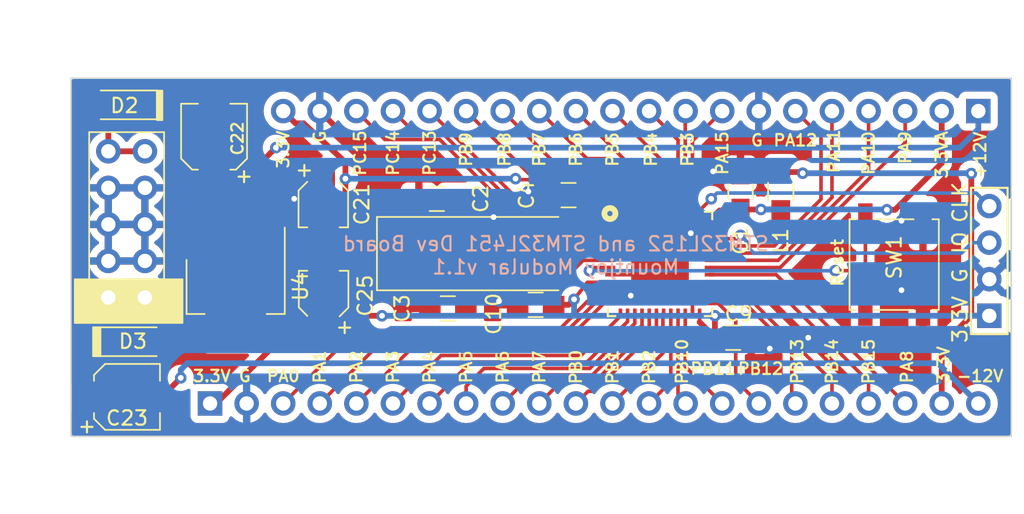
<source format=kicad_pcb>
(kicad_pcb (version 20221018) (generator pcbnew)
  (layers (0 "F.Cu" signal) (31 "B.Cu" signal) (34 "B.Paste" user) (35 "F.Paste" user) (36 "B.SilkS" user "B.Silkscreen") (37 "F.SilkS" user "F.Silkscreen") (38 "B.Mask" user) (39 "F.Mask" user) (44 "Edge.Cuts" user))
  (net 0 "")
  (net 1 "+3.3VA")
  (net 2 "GND")
  (net 3 "Net-(C2-Pad1)")
  (net 4 "Net-(C3-Pad1)")
  (net 5 "+3V3")
  (net 6 "VCC")
  (net 7 "VEE")
  (net 8 "+12V")
  (net 9 "-12V")
  (net 10 "SWCLK")
  (net 11 "SWDIO")
  (net 12 "Reset")
  (net 13 "Net-(U1-Pad44)")
  (net 14 "PC13")
  (net 15 "PC14")
  (net 16 "PC15")
  (net 17 "PB0")
  (net 18 "PB1")
  (net 19 "PB2")
  (net 20 "PB3")
  (net 21 "PB4")
  (net 22 "PB5")
  (net 23 "PB6")
  (net 24 "PB7")
  (net 25 "PB8")
  (net 26 "PB9")
  (net 27 "PB10")
  (net 28 "PB11")
  (net 29 "PB12")
  (net 30 "PB13")
  (net 31 "PB14")
  (net 32 "PB15")
  (net 33 "PA0")
  (net 34 "PA1")
  (net 35 "PA2")
  (net 36 "PA3")
  (net 37 "PA4")
  (net 38 "PA5")
  (net 39 "PA6")
  (net 40 "PA7")
  (net 41 "PA8")
  (net 42 "PA9")
  (net 43 "PA10")
  (net 44 "PA11")
  (net 45 "PA12")
  (net 46 "PA15")
  (net 47 "Net-(U1-Pad1)")
  (footprint "Capacitors_SMD:C_0805_HandSoldering" (layer "F.Cu") (at 189.23 134.62 90)
    (fp_text reference "C1" (at -3.429 0 90) (layer "F.SilkS"))
    (fp_text value "100nF")
    (pad "1" smd rect (at -1.25 0 90) (size 1.5 1.25) (layers "F.Cu" "F.Paste" "F.Mask") (net 1 "+3.3VA"))
    (pad "2" smd rect (at 1.25 0 90) (size 1.5 1.25) (layers "F.Cu" "F.Paste" "F.Mask") (net 2 "GND"))
  )
  (footprint "Capacitors_SMD:C_0805_HandSoldering" (layer "F.Cu") (at 168.148 135.128 180)
    (fp_text reference "C2" (at -3.048 0 90) (layer "F.SilkS"))
    (fp_text value "18pF")
    (pad "1" smd rect (at -1.25 0 180) (size 1.5 1.25) (layers "F.Cu" "F.Paste" "F.Mask") (net 3 "Net-(C2-Pad1)"))
    (pad "2" smd rect (at 1.25 0 180) (size 1.5 1.25) (layers "F.Cu" "F.Paste" "F.Mask") (net 2 "GND"))
  )
  (footprint "Capacitors_SMD:C_0805_HandSoldering" (layer "F.Cu") (at 177.292 134.874 180)
    (fp_text reference "C4" (at 2.921 0 90) (layer "F.SilkS"))
    (fp_text value "100nF")
    (pad "1" smd rect (at -1.25 0 180) (size 1.5 1.25) (layers "F.Cu" "F.Paste" "F.Mask") (net 5 "+3V3"))
    (pad "2" smd rect (at 1.25 0 180) (size 1.5 1.25) (layers "F.Cu" "F.Paste" "F.Mask") (net 2 "GND"))
  )
  (footprint "Capacitors_SMD:C_0805_HandSoldering" (layer "F.Cu") (at 188.722 144.78)
    (fp_text reference "C9" (at 0.381 -1.651) (layer "F.SilkS"))
    (fp_text value "100nF")
    (pad "1" smd rect (at -1.25 0) (size 1.5 1.25) (layers "F.Cu" "F.Paste" "F.Mask") (net 5 "+3V3"))
    (pad "2" smd rect (at 1.25 0) (size 1.5 1.25) (layers "F.Cu" "F.Paste" "F.Mask") (net 2 "GND"))
  )
  (footprint "Capacitors_SMD:C_0805_HandSoldering" (layer "F.Cu") (at 175.006 142.494 180)
    (fp_text reference "C10" (at 2.921 -0.635 90) (layer "F.SilkS"))
    (fp_text value "100nF")
    (pad "1" smd rect (at -1.25 0 180) (size 1.5 1.25) (layers "F.Cu" "F.Paste" "F.Mask") (net 5 "+3V3"))
    (pad "2" smd rect (at 1.25 0 180) (size 1.5 1.25) (layers "F.Cu" "F.Paste" "F.Mask") (net 2 "GND"))
  )
  (footprint "Capacitors_SMD:CP_Elec_3x5.3" (layer "F.Cu") (at 160.274 135.382 -90)
    (fp_text reference "C21" (at 0.127 -2.667 90) (layer "F.SilkS"))
    (fp_text value "10uF")
    (fp_text user "+" (at -2.22 1.4 90) (layer "F.SilkS"))
    (pad "1" smd rect (at -1.5 0 270) (size 2.2 1.6) (layers "F.Cu" "F.Paste" "F.Mask") (net 6 "VCC"))
    (pad "2" smd rect (at 1.5 0 270) (size 2.2 1.6) (layers "F.Cu" "F.Paste" "F.Mask") (net 2 "GND"))
  )
  (footprint "Capacitors_SMD:CP_Elec_3x5.3" (layer "F.Cu") (at 160.274 141.859 90)
    (fp_text reference "C25" (at 0 2.9 90) (layer "F.SilkS"))
    (fp_text value "10uF")
    (fp_text user "+" (at -2.22 1.4 90) (layer "F.SilkS"))
    (pad "1" smd rect (at -1.5 0 90) (size 2.2 1.6) (layers "F.Cu" "F.Paste" "F.Mask") (net 5 "+3V3"))
    (pad "2" smd rect (at 1.5 0 90) (size 2.2 1.6) (layers "F.Cu" "F.Paste" "F.Mask") (net 2 "GND"))
  )
  (footprint "Custom_Footprints:SWD_header" (layer "F.Cu") (at 206.502 143.256 90)
    (fp_text reference "J1" hide)
    (fp_text value "SWD_Header")
    (fp_text user "IO" (at 5.08 -2.032 90) (layer "F.SilkS"))
    (fp_text user "G" (at 2.794 -2.032 90) (layer "F.SilkS"))
    (fp_text user "CLK" (at 7.874 -2.032 90) (layer "F.SilkS"))
    (fp_text user "3.3V" (at -0.254 -2.032 90) (layer "F.SilkS"))
    (pad "1" thru_hole rect (at 0 0 90) (size 1.7 1.7) (drill 1) (layers "*.Cu" "*.Mask") (net 5 "+3V3"))
    (pad "2" thru_hole circle (at 2.54 0 90) (size 1.7 1.7) (drill 1) (layers "*.Cu" "*.Mask") (net 2 "GND"))
    (pad "3" thru_hole circle (at 5.08 0 90) (size 1.7 1.7) (drill 1) (layers "*.Cu" "*.Mask") (net 11 "SWDIO"))
    (pad "4" thru_hole circle (at 7.62 0 90) (size 1.7 1.7) (drill 1) (layers "*.Cu" "*.Mask") (net 10 "SWCLK"))
  )
  (footprint "Buttons_Switches_SMD:SW_SPST_EVPBF" (layer "F.Cu") (at 199.898 139.7 -90)
    (fp_text reference "SW1" (at -0.508 0 90) (layer "F.SilkS"))
    (fp_text value "SW_Push")
    (pad "1" smd rect (at -2.88 -2 270) (size 2.75 1) (layers "F.Cu" "F.Paste" "F.Mask") (net 2 "GND"))
    (pad "1" smd rect (at 2.88 -2 270) (size 2.75 1) (layers "F.Cu" "F.Paste" "F.Mask") (net 2 "GND"))
    (pad "2" smd rect (at -2.88 2 270) (size 2.75 1) (layers "F.Cu" "F.Paste" "F.Mask") (net 12 "Reset"))
    (pad "2" smd rect (at 2.88 2 270) (size 2.75 1) (layers "F.Cu" "F.Paste" "F.Mask") (net 12 "Reset"))
  )
  (footprint "Custom_Footprints:ARM-UQFN-48-7x7mm_Pitch0.5mm" (layer "F.Cu") (at 183.642 139.65175)
    (fp_text reference "U1" hide)
    (fp_text value "STM32L451CCUx")
    (pad "1" smd rect (at -3.45 -2.75) (size 0.7 0.25) (layers "F.Cu" "F.Paste" "F.Mask") (net 47 "Net-(U1-Pad1)"))
    (pad "2" smd rect (at -3.45 -2.25) (size 0.7 0.25) (layers "F.Cu" "F.Paste" "F.Mask") (net 14 "PC13"))
    (pad "3" smd rect (at -3.45 -1.75) (size 0.7 0.25) (layers "F.Cu" "F.Paste" "F.Mask") (net 15 "PC14"))
    (pad "4" smd rect (at -3.45 -1.25) (size 0.7 0.25) (layers "F.Cu" "F.Paste" "F.Mask") (net 16 "PC15"))
    (pad "5" smd rect (at -3.45 -0.75) (size 0.7 0.25) (layers "F.Cu" "F.Paste" "F.Mask") (net 3 "Net-(C2-Pad1)"))
    (pad "6" smd rect (at -3.45 -0.25) (size 0.7 0.25) (layers "F.Cu" "F.Paste" "F.Mask") (net 4 "Net-(C3-Pad1)"))
    (pad "7" smd rect (at -3.45 0.25) (size 0.7 0.25) (layers "F.Cu" "F.Paste" "F.Mask") (net 12 "Reset"))
    (pad "8" smd rect (at -3.45 0.75) (size 0.7 0.25) (layers "F.Cu" "F.Paste" "F.Mask") (net 2 "GND"))
    (pad "9" smd rect (at -3.45 1.25) (size 0.7 0.25) (layers "F.Cu" "F.Paste" "F.Mask") (net 5 "+3V3"))
    (pad "10" smd rect (at -3.45 1.75) (size 0.7 0.25) (layers "F.Cu" "F.Paste" "F.Mask") (net 33 "PA0"))
    (pad "11" smd rect (at -3.45 2.25) (size 0.7 0.25) (layers "F.Cu" "F.Paste" "F.Mask") (net 34 "PA1"))
    (pad "12" smd rect (at -3.45 2.75) (size 0.7 0.25) (layers "F.Cu" "F.Paste" "F.Mask") (net 35 "PA2"))
    (pad "13" smd rect (at -2.75 3.45 90) (size 0.7 0.25) (layers "F.Cu" "F.Paste" "F.Mask") (net 36 "PA3"))
    (pad "14" smd rect (at -2.25 3.45 90) (size 0.7 0.25) (layers "F.Cu" "F.Paste" "F.Mask") (net 37 "PA4"))
    (pad "15" smd rect (at -1.75 3.45 90) (size 0.7 0.25) (layers "F.Cu" "F.Paste" "F.Mask") (net 38 "PA5"))
    (pad "16" smd rect (at -1.25 3.45 90) (size 0.7 0.25) (layers "F.Cu" "F.Paste" "F.Mask") (net 39 "PA6"))
    (pad "17" smd rect (at -0.75 3.45 90) (size 0.7 0.25) (layers "F.Cu" "F.Paste" "F.Mask") (net 40 "PA7"))
    (pad "18" smd rect (at -0.25 3.45 90) (size 0.7 0.25) (layers "F.Cu" "F.Paste" "F.Mask") (net 17 "PB0"))
    (pad "19" smd rect (at 0.25 3.45 90) (size 0.7 0.25) (layers "F.Cu" "F.Paste" "F.Mask") (net 18 "PB1"))
    (pad "20" smd rect (at 0.75 3.45 90) (size 0.7 0.25) (layers "F.Cu" "F.Paste" "F.Mask") (net 19 "PB2"))
    (pad "21" smd rect (at 1.25 3.45 90) (size 0.7 0.25) (layers "F.Cu" "F.Paste" "F.Mask") (net 27 "PB10"))
    (pad "22" smd rect (at 1.75 3.45 90) (size 0.7 0.25) (layers "F.Cu" "F.Paste" "F.Mask") (net 28 "PB11"))
    (pad "23" smd rect (at 2.25 3.45 90) (size 0.7 0.25) (layers "F.Cu" "F.Paste" "F.Mask") (net 2 "GND"))
    (pad "24" smd rect (at 2.75 3.45 90) (size 0.7 0.25) (layers "F.Cu" "F.Paste" "F.Mask") (net 5 "+3V3"))
    (pad "25" smd rect (at 3.45 2.75) (size 0.7 0.25) (layers "F.Cu" "F.Paste" "F.Mask") (net 29 "PB12"))
    (pad "26" smd rect (at 3.45 2.25) (size 0.7 0.25) (layers "F.Cu" "F.Paste" "F.Mask") (net 30 "PB13"))
    (pad "27" smd rect (at 3.45 1.75) (size 0.7 0.25) (layers "F.Cu" "F.Paste" "F.Mask") (net 31 "PB14"))
    (pad "28" smd rect (at 3.45 1.25) (size 0.7 0.25) (layers "F.Cu" "F.Paste" "F.Mask") (net 32 "PB15"))
    (pad "29" smd rect (at 3.45 0.75) (size 0.7 0.25) (layers "F.Cu" "F.Paste" "F.Mask") (net 41 "PA8"))
    (pad "30" smd rect (at 3.45 0.25) (size 0.7 0.25) (layers "F.Cu" "F.Paste" "F.Mask") (net 42 "PA9"))
    (pad "31" smd rect (at 3.45 -0.25) (size 0.7 0.25) (layers "F.Cu" "F.Paste" "F.Mask") (net 43 "PA10"))
    (pad "32" smd rect (at 3.45 -0.75) (size 0.7 0.25) (layers "F.Cu" "F.Paste" "F.Mask") (net 44 "PA11"))
    (pad "33" smd rect (at 3.45 -1.25) (size 0.7 0.25) (layers "F.Cu" "F.Paste" "F.Mask") (net 45 "PA12"))
    (pad "34" smd rect (at 3.45 -1.75) (size 0.7 0.25) (layers "F.Cu" "F.Paste" "F.Mask") (net 11 "SWDIO"))
    (pad "35" smd rect (at 3.45 -2.25) (size 0.7 0.25) (layers "F.Cu" "F.Paste" "F.Mask") (net 2 "GND"))
    (pad "36" smd rect (at 3.45 -2.75) (size 0.7 0.25) (layers "F.Cu" "F.Paste" "F.Mask") (net 1 "+3.3VA"))
    (pad "37" smd rect (at 2.75 -3.45 90) (size 0.7 0.25) (layers "F.Cu" "F.Paste" "F.Mask") (net 10 "SWCLK"))
    (pad "38" smd rect (at 2.25 -3.45 90) (size 0.7 0.25) (layers "F.Cu" "F.Paste" "F.Mask") (net 46 "PA15"))
    (pad "39" smd rect (at 1.75 -3.45 90) (size 0.7 0.25) (layers "F.Cu" "F.Paste" "F.Mask") (net 20 "PB3"))
    (pad "40" smd rect (at 1.25 -3.45 90) (size 0.7 0.25) (layers "F.Cu" "F.Paste" "F.Mask") (net 21 "PB4"))
    (pad "41" smd rect (at 0.75 -3.45 90) (size 0.7 0.25) (layers "F.Cu" "F.Paste" "F.Mask") (net 22 "PB5"))
    (pad "42" smd rect (at 0.25 -3.45 90) (size 0.7 0.25) (layers "F.Cu" "F.Paste" "F.Mask") (net 23 "PB6"))
    (pad "43" smd rect (at -0.25 -3.45 90) (size 0.7 0.25) (layers "F.Cu" "F.Paste" "F.Mask") (net 24 "PB7"))
    (pad "44" smd rect (at -0.75 -3.45 90) (size 0.7 0.25) (layers "F.Cu" "F.Paste" "F.Mask") (net 13 "Net-(U1-Pad44)"))
    (pad "45" smd rect (at -1.25 -3.45 90) (size 0.7 0.25) (layers "F.Cu" "F.Paste" "F.Mask") (net 25 "PB8"))
    (pad "46" smd rect (at -1.75 -3.45 90) (size 0.7 0.25) (layers "F.Cu" "F.Paste" "F.Mask") (net 26 "PB9"))
    (pad "47" smd rect (at -2.25 -3.45 90) (size 0.7 0.25) (layers "F.Cu" "F.Paste" "F.Mask") (net 2 "GND"))
    (pad "48" smd rect (at -2.75 -3.45 90) (size 0.7 0.25) (layers "F.Cu" "F.Paste" "F.Mask") (net 5 "+3V3"))
    (pad "49" smd rect (at 0 0) (size 4 4) (layers "F.Cu" "F.Paste" "F.Mask") (net 2 "GND"))
  )
  (footprint "Pin_Headers:Pin_Header_Straight_1x22_Pitch2.54mm" (layer "F.Cu") (at 152.4 149.352 90)
    (fp_text reference "J3" hide)
    (fp_text value "Conn_01x22_Female")
    (pad "1" thru_hole rect (at 0 0 90) (size 1.7 1.7) (drill 1) (layers "*.Cu" "*.Mask") (net 5 "+3V3"))
    (pad "2" thru_hole oval (at 0 2.54 90) (size 1.7 1.7) (drill 1) (layers "*.Cu" "*.Mask") (net 2 "GND"))
    (pad "3" thru_hole oval (at 0 5.08 90) (size 1.7 1.7) (drill 1) (layers "*.Cu" "*.Mask") (net 33 "PA0"))
    (pad "4" thru_hole oval (at 0 7.62 90) (size 1.7 1.7) (drill 1) (layers "*.Cu" "*.Mask") (net 34 "PA1"))
    (pad "5" thru_hole oval (at 0 10.16 90) (size 1.7 1.7) (drill 1) (layers "*.Cu" "*.Mask") (net 35 "PA2"))
    (pad "6" thru_hole oval (at 0 12.7 90) (size 1.7 1.7) (drill 1) (layers "*.Cu" "*.Mask") (net 36 "PA3"))
    (pad "7" thru_hole oval (at 0 15.24 90) (size 1.7 1.7) (drill 1) (layers "*.Cu" "*.Mask") (net 37 "PA4"))
    (pad "8" thru_hole oval (at 0 17.78 90) (size 1.7 1.7) (drill 1) (layers "*.Cu" "*.Mask") (net 38 "PA5"))
    (pad "9" thru_hole oval (at 0 20.32 90) (size 1.7 1.7) (drill 1) (layers "*.Cu" "*.Mask") (net 39 "PA6"))
    (pad "10" thru_hole oval (at 0 22.86 90) (size 1.7 1.7) (drill 1) (layers "*.Cu" "*.Mask") (net 40 "PA7"))
    (pad "11" thru_hole oval (at 0 25.4 90) (size 1.7 1.7) (drill 1) (layers "*.Cu" "*.Mask") (net 17 "PB0"))
    (pad "12" thru_hole oval (at 0 27.94 90) (size 1.7 1.7) (drill 1) (layers "*.Cu" "*.Mask") (net 18 "PB1"))
    (pad "13" thru_hole oval (at 0 30.48 90) (size 1.7 1.7) (drill 1) (layers "*.Cu" "*.Mask") (net 19 "PB2"))
    (pad "14" thru_hole oval (at 0 33.02 90) (size 1.7 1.7) (drill 1) (layers "*.Cu" "*.Mask") (net 27 "PB10"))
    (pad "15" thru_hole oval (at 0 35.56 90) (size 1.7 1.7) (drill 1) (layers "*.Cu" "*.Mask") (net 28 "PB11"))
    (pad "16" thru_hole oval (at 0 38.1 90) (size 1.7 1.7) (drill 1) (layers "*.Cu" "*.Mask") (net 29 "PB12"))
    (pad "17" thru_hole oval (at 0 40.64 90) (size 1.7 1.7) (drill 1) (layers "*.Cu" "*.Mask") (net 30 "PB13"))
    (pad "18" thru_hole oval (at 0 43.18 90) (size 1.7 1.7) (drill 1) (layers "*.Cu" "*.Mask") (net 31 "PB14"))
    (pad "19" thru_hole oval (at 0 45.72 90) (size 1.7 1.7) (drill 1) (layers "*.Cu" "*.Mask") (net 32 "PB15"))
    (pad "20" thru_hole oval (at 0 48.26 90) (size 1.7 1.7) (drill 1) (layers "*.Cu" "*.Mask") (net 41 "PA8"))
    (pad "21" thru_hole oval (at 0 50.8 90) (size 1.7 1.7) (drill 1) (layers "*.Cu" "*.Mask") (net 5 "+3V3"))
    (pad "22" thru_hole oval (at 0 53.34 90) (size 1.7 1.7) (drill 1) (layers "*.Cu" "*.Mask") (net 7 "VEE"))
  )
  (footprint "Custom_Footprints:Crystal_SMD" (layer "F.Cu") (at 170.688 138.938)
    (fp_text reference "Y1" hide)
    (fp_text value "Crystal")
    (pad "1" smd rect (at -4.25 0) (size 4.5 2) (layers "F.Cu" "F.Paste" "F.Mask") (net 4 "Net-(C3-Pad1)"))
    (pad "2" smd rect (at 4.25 0) (size 4.5 2) (layers "F.Cu" "F.Paste" "F.Mask") (net 3 "Net-(C2-Pad1)"))
  )
  (footprint "Capacitors_SMD:CP_Elec_4x5.8" (layer "F.Cu") (at 146.6342 148.8948)
    (fp_text reference "C23" (at 0 1.4732) (layer "F.SilkS"))
    (fp_text value "22uF")
    (fp_text user "+" (at -2.78 2.01) (layer "F.SilkS"))
    (pad "1" smd rect (at -1.8 0 180) (size 2.6 1.6) (layers "F.Cu" "F.Paste" "F.Mask") (net 2 "GND"))
    (pad "2" smd rect (at 1.8 0 180) (size 2.6 1.6) (layers "F.Cu" "F.Paste" "F.Mask") (net 7 "VEE"))
  )
  (footprint "TO_SOT_Packages_SMD:SOT-223" (layer "F.Cu") (at 154.178 141.224 -90)
    (fp_text reference "U4" (at 0 -4.5 90) (layer "F.SilkS"))
    (fp_text value "LM1117-3.3")
    (pad "1" smd rect (at -3.15 -2.3 270) (size 2 1.5) (layers "F.Cu" "F.Paste" "F.Mask") (net 2 "GND"))
    (pad "2" smd rect (at -3.15 0 270) (size 2 1.5) (layers "F.Cu" "F.Paste" "F.Mask") (net 5 "+3V3"))
    (pad "3" smd rect (at -3.15 2.3 270) (size 2 1.5) (layers "F.Cu" "F.Paste" "F.Mask") (net 6 "VCC"))
    (pad "4" smd rect (at 3.15 0 270) (size 2 3.8) (layers "F.Cu" "F.Paste" "F.Mask"))
  )
  (footprint "Resistors_SMD:R_0805_HandSoldering" (layer "F.Cu") (at 192.024 134.62 90)
    (fp_text reference "L1" (at -3.429 0 90) (layer "F.SilkS"))
    (fp_text value "L")
    (pad "1" smd rect (at -1.35 0 90) (size 1.5 1.3) (layers "F.Cu" "F.Paste" "F.Mask") (net 1 "+3.3VA"))
    (pad "2" smd rect (at 1.35 0 90) (size 1.5 1.3) (layers "F.Cu" "F.Paste" "F.Mask") (net 5 "+3V3"))
  )
  (footprint "Diodes_SMD:D_SOD-123" (layer "F.Cu") (at 147.0406 145.0594)
    (fp_text reference "D3" (at 0 -0.0254) (layer "F.SilkS"))
    (fp_text value "1N5819")
    (pad "1" smd rect (at -1.65 0) (size 0.9 1.2) (layers "F.Cu" "F.Paste" "F.Mask") (net 9 "-12V"))
    (pad "2" smd rect (at 1.65 0) (size 0.9 1.2) (layers "F.Cu" "F.Paste" "F.Mask") (net 7 "VEE"))
  )
  (footprint "Diodes_SMD:D_SOD-123" (layer "F.Cu") (at 146.4564 128.6002 180)
    (fp_text reference "D2" (at 0 -0.0508) (layer "F.SilkS"))
    (fp_text value "1N5819")
    (pad "1" smd rect (at -1.65 0 180) (size 0.9 1.2) (layers "F.Cu" "F.Paste" "F.Mask") (net 6 "VCC"))
    (pad "2" smd rect (at 1.65 0 180) (size 0.9 1.2) (layers "F.Cu" "F.Paste" "F.Mask") (net 8 "+12V"))
  )
  (footprint "Pin_Headers:Pin_Header_Straight_2x05_Pitch2.54mm" (layer "F.Cu") (at 147.8788 141.986 180)
    (fp_text reference "J4" hide)
    (fp_text value "Eurorack_10_pin_power")
    (pad "1" thru_hole rect (at 0 0 180) (size 1.7 1.7) (drill 1) (layers "*.Cu" "*.Mask") (net 9 "-12V"))
    (pad "2" thru_hole oval (at 2.54 0 180) (size 1.7 1.7) (drill 1) (layers "*.Cu" "*.Mask") (net 9 "-12V"))
    (pad "3" thru_hole oval (at 0 2.54 180) (size 1.7 1.7) (drill 1) (layers "*.Cu" "*.Mask") (net 2 "GND"))
    (pad "4" thru_hole oval (at 2.54 2.54 180) (size 1.7 1.7) (drill 1) (layers "*.Cu" "*.Mask") (net 2 "GND"))
    (pad "5" thru_hole oval (at 0 5.08 180) (size 1.7 1.7) (drill 1) (layers "*.Cu" "*.Mask") (net 2 "GND"))
    (pad "6" thru_hole oval (at 2.54 5.08 180) (size 1.7 1.7) (drill 1) (layers "*.Cu" "*.Mask") (net 2 "GND"))
    (pad "7" thru_hole oval (at 0 7.62 180) (size 1.7 1.7) (drill 1) (layers "*.Cu" "*.Mask") (net 2 "GND"))
    (pad "8" thru_hole oval (at 2.54 7.62 180) (size 1.7 1.7) (drill 1) (layers "*.Cu" "*.Mask") (net 2 "GND"))
    (pad "9" thru_hole oval (at 0 10.16 180) (size 1.7 1.7) (drill 1) (layers "*.Cu" "*.Mask") (net 8 "+12V"))
    (pad "10" thru_hole oval (at 2.54 10.16 180) (size 1.7 1.7) (drill 1) (layers "*.Cu" "*.Mask") (net 8 "+12V"))
  )
  (footprint "Capacitors_SMD:CP_Elec_4x5.8" (layer "F.Cu") (at 152.6794 130.81 90)
    (fp_text reference "C22" (at -0.127 1.6256 90) (layer "F.SilkS") (effects (font (size 0.8 0.8))))
    (fp_text value "22uF")
    (fp_text user "+" (at -2.78 2.01 90) (layer "F.SilkS"))
    (pad "1" smd rect (at -1.8 0 270) (size 2.6 1.6) (layers "F.Cu" "F.Paste" "F.Mask") (net 6 "VCC"))
    (pad "2" smd rect (at 1.8 0 270) (size 2.6 1.6) (layers "F.Cu" "F.Paste" "F.Mask") (net 2 "GND"))
  )
  (footprint "Pin_Headers:Pin_Header_Straight_1x20_Pitch2.54mm" (layer "F.Cu") (at 205.74 129.032 -90)
    (fp_text reference "J2" hide)
    (fp_text value "Conn_01x20_Female")
    (pad "1" thru_hole rect (at 0 0 270) (size 1.7 1.7) (drill 1) (layers "*.Cu" "*.Mask") (net 6 "VCC"))
    (pad "2" thru_hole oval (at 0 2.54 270) (size 1.7 1.7) (drill 1) (layers "*.Cu" "*.Mask") (net 1 "+3.3VA"))
    (pad "3" thru_hole oval (at 0 5.08 270) (size 1.7 1.7) (drill 1) (layers "*.Cu" "*.Mask") (net 42 "PA9"))
    (pad "4" thru_hole oval (at 0 7.62 270) (size 1.7 1.7) (drill 1) (layers "*.Cu" "*.Mask") (net 43 "PA10"))
    (pad "5" thru_hole oval (at 0 10.16 270) (size 1.7 1.7) (drill 1) (layers "*.Cu" "*.Mask") (net 44 "PA11"))
    (pad "6" thru_hole oval (at 0 12.7 270) (size 1.7 1.7) (drill 1) (layers "*.Cu" "*.Mask") (net 45 "PA12"))
    (pad "7" thru_hole oval (at 0 15.24 270) (size 1.7 1.7) (drill 1) (layers "*.Cu" "*.Mask") (net 2 "GND"))
    (pad "8" thru_hole oval (at 0 17.78 270) (size 1.7 1.7) (drill 1) (layers "*.Cu" "*.Mask") (net 46 "PA15"))
    (pad "9" thru_hole oval (at 0 20.32 270) (size 1.7 1.7) (drill 1) (layers "*.Cu" "*.Mask") (net 20 "PB3"))
    (pad "10" thru_hole oval (at 0 22.86 270) (size 1.7 1.7) (drill 1) (layers "*.Cu" "*.Mask") (net 21 "PB4"))
    (pad "11" thru_hole oval (at 0 25.4 270) (size 1.7 1.7) (drill 1) (layers "*.Cu" "*.Mask") (net 22 "PB5"))
    (pad "12" thru_hole oval (at 0 27.94 270) (size 1.7 1.7) (drill 1) (layers "*.Cu" "*.Mask") (net 23 "PB6"))
    (pad "13" thru_hole oval (at 0 30.48 270) (size 1.7 1.7) (drill 1) (layers "*.Cu" "*.Mask") (net 24 "PB7"))
    (pad "14" thru_hole oval (at 0 33.02 270) (size 1.7 1.7) (drill 1) (layers "*.Cu" "*.Mask") (net 25 "PB8"))
    (pad "15" thru_hole oval (at 0 35.56 270) (size 1.7 1.7) (drill 1) (layers "*.Cu" "*.Mask") (net 26 "PB9"))
    (pad "16" thru_hole oval (at 0 38.1 270) (size 1.7 1.7) (drill 1) (layers "*.Cu" "*.Mask") (net 14 "PC13"))
    (pad "17" thru_hole oval (at 0 40.64 270) (size 1.7 1.7) (drill 1) (layers "*.Cu" "*.Mask") (net 15 "PC14"))
    (pad "18" thru_hole oval (at 0 43.18 270) (size 1.7 1.7) (drill 1) (layers "*.Cu" "*.Mask") (net 16 "PC15"))
    (pad "19" thru_hole oval (at 0 45.72 270) (size 1.7 1.7) (drill 1) (layers "*.Cu" "*.Mask") (net 2 "GND"))
    (pad "20" thru_hole oval (at 0 48.26 270) (size 1.7 1.7) (drill 1) (layers "*.Cu" "*.Mask") (net 5 "+3V3"))
  )
  (footprint "Capacitors_SMD:C_0805_HandSoldering" (layer "F.Cu") (at 168.91 142.748 180)
    (fp_text reference "C3" (at 3.175 0 90) (layer "F.SilkS"))
    (fp_text value "18pF")
    (pad "1" smd rect (at -1.25 0 180) (size 1.5 1.25) (layers "F.Cu" "F.Paste" "F.Mask") (net 4 "Net-(C3-Pad1)"))
    (pad "2" smd rect (at 1.25 0 180) (size 1.5 1.25) (layers "F.Cu" "F.Paste" "F.Mask") (net 2 "GND"))
  )
  (gr_poly (pts (xy 143.51 140.716) (xy 149.733 140.716) (xy 150.495 140.716) (xy 150.495 143.764) (xy 143.002 143.764) (xy 143.002 140.716)) (stroke (width 0.1)) (fill solid) (layer "F.SilkS"))
  (gr_poly (pts (xy 144.272 144.0434) (xy 144.78 144.0434) (xy 144.78 146.0754) (xy 144.272 146.0754)) (stroke (width 0.1)) (fill solid) (layer "F.SilkS"))
  (gr_poly (pts (xy 148.717 127.635) (xy 148.7064 127.6002) (xy 149.098 127.6002) (xy 149.098 129.667) (xy 148.7064 129.667) (xy 148.7064 127.6002)) (stroke (width 0.1)) (fill solid) (layer "F.SilkS"))
  (gr_line (start 142.748 151.638) (end 142.748 126.746) (stroke (width 0.1)) (layer "Edge.Cuts"))
  (gr_line (start 208.026 151.638) (end 142.748 151.638) (stroke (width 0.1)) (layer "Edge.Cuts"))
  (gr_line (start 208.026 126.746) (end 208.026 151.638) (stroke (width 0.1)) (layer "Edge.Cuts"))
  (gr_line (start 142.748 126.746) (end 208.026 126.746) (stroke (width 0.1)) (layer "Edge.Cuts"))
  (gr_text "STM32L152 and STM32L451 Dev Board\nMountjoy Modular v1.1" (at 176.403 139.065) (layer "B.SilkS") (effects (font (size 1 1)) (justify mirror)))
  (gr_text "G" (at 160.02 130.81 90) (layer "F.SilkS") (effects (font (size 0.8 0.8))))
  (gr_text "PC15" (at 162.814 131.953 90) (layer "F.SilkS") (effects (font (size 0.8 0.8))))
  (gr_text "PC14" (at 165.1 131.953 90) (layer "F.SilkS") (effects (font (size 0.8 0.8))))
  (gr_text "PC13" (at 167.64 131.953 90) (layer "F.SilkS") (effects (font (size 0.8 0.8))))
  (gr_text "PB9" (at 170.18 131.699 90) (layer "F.SilkS") (effects (font (size 0.8 0.8))))
  (gr_text "PB8" (at 172.847 131.699 90) (layer "F.SilkS") (effects (font (size 0.8 0.8))))
  (gr_text "PB7" (at 175.26 131.699 90) (layer "F.SilkS") (effects (font (size 0.8 0.8))))
  (gr_text "PB6" (at 177.8 131.699 90) (layer "F.SilkS") (effects (font (size 0.8 0.8))))
  (gr_text "PB5" (at 180.34 131.699 90) (layer "F.SilkS") (effects (font (size 0.8 0.8))))
  (gr_text "PB4" (at 183.007 131.699 90) (layer "F.SilkS") (effects (font (size 0.8 0.8))))
  (gr_text "PB3" (at 185.547 131.699 90) (layer "F.SilkS") (effects (font (size 0.8 0.8))))
  (gr_text "PA15" (at 187.96 131.953 90) (layer "F.SilkS") (effects (font (size 0.8 0.8))))
  (gr_text "PA12" (at 193.04 131.064) (layer "F.SilkS") (effects (font (size 0.8 0.8))))
  (gr_text "PA11" (at 195.707 131.826 90) (layer "F.SilkS") (effects (font (size 0.8 0.8))))
  (gr_text "PA10" (at 198.12 131.953 90) (layer "F.SilkS") (effects (font (size 0.8 0.8))))
  (gr_text "PA9" (at 200.66 131.572 90) (layer "F.SilkS") (effects (font (size 0.8 0.8))))
  (gr_text "3.3VA" (at 203.2 132.08 90) (layer "F.SilkS") (effects (font (size 0.8 0.8))))
  (gr_text "+12V" (at 205.867 132.08 90) (layer "F.SilkS") (effects (font (size 0.8 0.8))))
  (gr_text "-12V" (at 205.867 147.447) (layer "F.SilkS") (effects (font (size 0.8 0.8))))
  (gr_text "3.3V" (at 203.327 146.685 90) (layer "F.SilkS") (effects (font (size 0.8 0.8))))
  (gr_text "PA8" (at 200.787 146.812 90) (layer "F.SilkS") (effects (font (size 0.8 0.8))))
  (gr_text "PA0" (at 157.48 147.447) (layer "F.SilkS") (effects (font (size 0.8 0.8))))
  (gr_text "3.3V" (at 152.527 147.447) (layer "F.SilkS") (effects (font (size 0.8 0.8))))
  (gr_text "G" (at 154.813 147.447) (layer "F.SilkS") (effects (font (size 0.8 0.8))))
  (gr_text "PA1" (at 160.02 146.812 90) (layer "F.SilkS") (effects (font (size 0.8 0.8))))
  (gr_text "PA2" (at 162.56 146.812 90) (layer "F.SilkS") (effects (font (size 0.8 0.8))))
  (gr_text "PA3" (at 165.1 146.812 90) (layer "F.SilkS") (effects (font (size 0.8 0.8))))
  (gr_text "PA4" (at 167.64 146.812 90) (layer "F.SilkS") (effects (font (size 0.8 0.8))))
  (gr_text "PA5" (at 170.18 146.812 90) (layer "F.SilkS") (effects (font (size 0.8 0.8))))
  (gr_text "PA6" (at 172.72 146.812 90) (layer "F.SilkS") (effects (font (size 0.8 0.8))))
  (gr_text "PA7" (at 175.26 146.812 90) (layer "F.SilkS") (effects (font (size 0.8 0.8))))
  (gr_text "PB0" (at 177.8 146.812 90) (layer "F.SilkS") (effects (font (size 0.8 0.8))))
  (gr_text "PB1" (at 180.34 146.812 90) (layer "F.SilkS") (effects (font (size 0.8 0.8))))
  (gr_text "PB2" (at 182.88 146.812 90) (layer "F.SilkS") (effects (font (size 0.8 0.8))))
  (gr_text "PB10" (at 185.166 146.431 90) (layer "F.SilkS") (effects (font (size 0.8 0.8))))
  (gr_text "PB11" (at 187.325 146.939) (layer "F.SilkS") (effects (font (size 0.8 0.8))))
  (gr_text "PB12" (at 190.627 146.939) (layer "F.SilkS") (effects (font (size 0.8 0.8))))
  (gr_text "PB13" (at 193.167 146.431 90) (layer "F.SilkS") (effects (font (size 0.8 0.8))))
  (gr_text "PB14" (at 195.58 146.431 90) (layer "F.SilkS") (effects (font (size 0.8 0.8))))
  (gr_text "PB15" (at 198.12 146.431 90) (layer "F.SilkS") (effects (font (size 0.8 0.8))))
  (gr_text "Reset" (at 195.961 139.573 90) (layer "F.SilkS") (effects (font (size 0.8 0.8))))
  (gr_text "G" (at 190.373 131.064) (layer "F.SilkS") (effects (font (size 0.8 0.8))))
  (gr_text "3.3V" (at 157.48 131.699 90) (layer "F.SilkS") (effects (font (size 0.8 0.8))))
  (segment (start 203.2 132.645685) (end 203.2 129.032) (width 0.4) (layer "F.Cu") (net 1))
  (segment (start 187.74875 135.87) (end 189.23 135.87) (width 0.25) (layer "F.Cu") (net 1))
  (segment (start 191.924 135.87) (end 192.024 135.97) (width 0.4) (layer "F.Cu") (net 1))
  (segment (start 187.05775 136.886) (end 187.042 136.90175) (width 0.25) (layer "F.Cu") (net 1))
  (segment (start 199.955685 135.89) (end 203.2 132.645685) (width 0.4) (layer "F.Cu") (net 1))
  (segment (start 189.23 135.87) (end 191.924 135.87) (width 0.4) (layer "F.Cu") (net 1))
  (segment (start 187.092 136.52675) (end 187.74875 135.87) (width 0.25) (layer "F.Cu") (net 1))
  (segment (start 199.39 135.89) (end 199.955685 135.89) (width 0.4) (layer "F.Cu") (net 1))
  (segment (start 187.092 136.90175) (end 187.092 136.52675) (width 0.25) (layer "F.Cu") (net 1))
  (via (at 190.647 135.87) (size 0.8) (drill 0.4) (layers "F.Cu" "B.Cu") (net 1))
  (via (at 199.39 135.89) (size 0.8) (drill 0.4) (layers "F.Cu" "B.Cu") (net 1))
  (segment (start 190.647 135.87) (end 199.37 135.87) (width 0.4) (layer "B.Cu") (net 1))
  (segment (start 199.37 135.87) (end 199.39 135.89) (width 0.4) (layer "B.Cu") (net 1))
  (segment (start 185.776875 137.516875) (end 185.142 138.15175) (width 0.25) (layer "F.Cu") (net 2))
  (segment (start 191.262 145.542) (end 190.734 145.542) (width 0.4) (layer "F.Cu") (net 2))
  (segment (start 190.734 145.542) (end 189.972 144.78) (width 0.4) (layer "F.Cu") (net 2))
  (segment (start 180.192 140.40175) (end 181.892 140.40175) (width 0.25) (layer "F.Cu") (net 2))
  (segment (start 185.892 143.10175) (end 185.892 141.90175) (width 0.25) (layer "F.Cu") (net 2))
  (segment (start 181.392 136.20175) (end 181.392 137.40175) (width 0.25) (layer "F.Cu") (net 2))
  (segment (start 174.01 142.24) (end 172.466 142.24) (width 0.25) (layer "F.Cu") (net 2))
  (segment (start 185.892 141.90175) (end 185.142 141.15175) (width 0.25) (layer "F.Cu") (net 2))
  (segment (start 185.892 137.40175) (end 185.776875 137.516875) (width 0.25) (layer "F.Cu") (net 2))
  (segment (start 181.892 140.40175) (end 182.142 140.15175) (width 0.25) (layer "F.Cu") (net 2))
  (segment (start 160.02 129.032) (end 161.29 130.302) (width 0.4) (layer "F.Cu") (net 2))
  (segment (start 181.392 137.40175) (end 182.142 138.15175) (width 0.25) (layer "F.Cu") (net 2))
  (segment (start 187.092 137.40175) (end 185.892 137.40175) (width 0.25) (layer "F.Cu") (net 2))
  (via (at 172.466 142.24) (size 0.8) (drill 0.4) (layers "F.Cu" "B.Cu") (net 2))
  (via (at 187.325 133.223) (size 0.8) (drill 0.4) (layers "F.Cu" "B.Cu") (net 2))
  (via (at 185.776875 137.516875) (size 0.8) (drill 0.4) (layers "F.Cu" "B.Cu") (net 2))
  (via (at 174.498 134.62) (size 0.8) (drill 0.4) (layers "F.Cu" "B.Cu") (net 2))
  (via (at 200.406 141.478) (size 0.8) (drill 0.4) (layers "F.Cu" "B.Cu") (net 2))
  (via (at 193.929 144.78) (size 0.8) (drill 0.4) (layers "F.Cu" "B.Cu") (net 2))
  (via (at 200.406 136.652) (size 0.8) (drill 0.4) (layers "F.Cu" "B.Cu") (net 2))
  (via (at 181.61 141.859) (size 0.8) (drill 0.4) (layers "F.Cu" "B.Cu") (net 2))
  (via (at 191.262 145.542) (size 0.8) (drill 0.4) (layers "F.Cu" "B.Cu") (net 2))
  (via (at 158.242 135.128) (size 0.8) (drill 0.4) (layers "F.Cu" "B.Cu") (net 2))
  (via (at 172.085 136.398) (size 0.8) (drill 0.4) (layers "F.Cu" "B.Cu") (net 2))
  (segment (start 169.398 136.003) (end 172.333 138.938) (width 0.25) (layer "F.Cu") (net 3))
  (segment (start 180.242 138.90175) (end 174.97425 138.90175) (width 0.25) (layer "F.Cu") (net 3))
  (segment (start 169.398 135.128) (end 169.398 136.003) (width 0.25) (layer "F.Cu") (net 3))
  (segment (start 174.97425 138.90175) (end 174.938 138.938) (width 0.25) (layer "F.Cu") (net 3))
  (segment (start 172.333 138.938) (end 174.938 138.938) (width 0.25) (layer "F.Cu") (net 3))
  (segment (start 168.938 138.938) (end 166.438 138.938) (width 0.25) (layer "F.Cu") (net 4))
  (segment (start 170.16 141.873) (end 170.97 141.063) (width 0.25) (layer "F.Cu") (net 4))
  (segment (start 166.987 138.938) (end 166.438 138.938) (width 0.25) (layer "F.Cu") (net 4))
  (segment (start 170.97 141.063) (end 170.97 140.97) (width 0.25) (layer "F.Cu") (net 4))
  (segment (start 178.309252 139.40175) (end 176.741002 140.97) (width 0.25) (layer "F.Cu") (net 4))
  (segment (start 180.242 139.40175) (end 178.309252 139.40175) (width 0.25) (layer "F.Cu") (net 4))
  (segment (start 176.741002 140.97) (end 170.97 140.97) (width 0.25) (layer "F.Cu") (net 4))
  (segment (start 170.16 142.748) (end 170.16 141.873) (width 0.25) (layer "F.Cu") (net 4))
  (segment (start 170.97 140.97) (end 168.938 138.938) (width 0.25) (layer "F.Cu") (net 4))
  (segment (start 205.251999 143.255999) (end 205.251999 133.369999) (width 0.4) (layer "F.Cu") (net 5))
  (segment (start 160.274 142.678) (end 160.274 142.978) (width 0.4) (layer "F.Cu") (net 5))
  (segment (start 203.2 145.308) (end 205.252 143.256) (width 0.4) (layer "F.Cu") (net 5))
  (segment (start 158.063 143.359) (end 158.3676 143.359) (width 0.4) (layer "F.Cu") (net 5))
  (segment (start 180.892 135.97675) (end 179.78925 134.874) (width 0.25) (layer "F.Cu") (net 5))
  (segment (start 152.4 149.352) (end 152.820002 149.352) (width 0.4) (layer "F.Cu") (net 5))
  (segment (start 206.502 143.256) (end 205.251999 143.255999) (width 0.4) (layer "F.Cu") (net 5))
  (segment (start 180.892 136.20175) (end 180.892 135.97675) (width 0.25) (layer "F.Cu") (net 5))
  (segment (start 158.894001 129.881999) (end 158.329999 129.881999) (width 0.4) (layer "F.Cu") (net 5))
  (segment (start 179.560749 140.933001) (end 179.592 140.90175) (width 0.25) (layer "F.Cu") (net 5))
  (segment (start 179.78925 134.874) (end 178.542 134.874) (width 0.4) (layer "F.Cu") (net 5))
  (segment (start 176.256 142.494) (end 177.292 142.494) (width 0.4) (layer "F.Cu") (net 5))
  (segment (start 176.51 142.748) (end 176.385 142.748) (width 0.25) (layer "F.Cu") (net 5))
  (segment (start 152.820002 149.352) (end 158.3676 143.804402) (width 0.4) (layer "F.Cu") (net 5))
  (segment (start 178.542 134.874) (end 178.542 133.999) (width 0.25) (layer "F.Cu") (net 5))
  (segment (start 187.452 144.76) (end 187.472 144.78) (width 0.4) (layer "F.Cu") (net 5))
  (segment (start 187.452 143.256) (end 187.452 144.76) (width 0.4) (layer "F.Cu") (net 5))
  (segment (start 161.798 133.731) (end 161.798 143.129) (width 0.4) (layer "F.Cu") (net 5))
  (segment (start 179.592 140.90175) (end 180.192 140.90175) (width 0.25) (layer "F.Cu") (net 5))
  (segment (start 158.3676 143.359) (end 160.274 143.359) (width 0.4) (layer "F.Cu") (net 5))
  (segment (start 178.598999 140.933001) (end 179.560749 140.933001) (width 0.25) (layer "F.Cu") (net 5))
  (segment (start 154.178 139.474) (end 158.063 143.359) (width 0.4) (layer "F.Cu") (net 5))
  (segment (start 203.2 149.352) (end 203.2 145.308) (width 0.4) (layer "F.Cu") (net 5))
  (segment (start 158.329999 129.881999) (end 157.48 129.032) (width 0.4) (layer "F.Cu") (net 5))
  (segment (start 177.292 142.494) (end 177.673 142.113) (width 0.4) (layer "F.Cu") (net 5))
  (segment (start 161.798 143.129) (end 161.671 143.256) (width 0.4) (layer "F.Cu") (net 5))
  (segment (start 154.178 138.074) (end 154.178 139.474) (width 0.4) (layer "F.Cu") (net 5))
  (segment (start 178.542 133.999) (end 178.34301 133.80001) (width 0.25) (layer "F.Cu") (net 5))
  (segment (start 158.3676 143.804402) (end 158.3676 143.359) (width 0.4) (layer "F.Cu") (net 5))
  (segment (start 186.392 143.7) (end 187.472 144.78) (width 0.4) (layer "F.Cu") (net 5))
  (segment (start 186.392 143.05175) (end 186.392 143.7) (width 0.25) (layer "F.Cu") (net 5))
  (segment (start 205.252 143.256) (end 206.502 143.256) (width 0.4) (layer "F.Cu") (net 5))
  (segment (start 177.673 142.113) (end 178.598999 140.933001) (width 0.25) (layer "F.Cu") (net 5))
  (segment (start 160.377 143.256) (end 160.274 143.359) (width 0.4) (layer "F.Cu") (net 5))
  (segment (start 164.338 143.256) (end 161.671 143.256) (width 0.4) (layer "F.Cu") (net 5))
  (segment (start 193.468 133.27) (end 193.548 133.35) (width 0.4) (layer "F.Cu") (net 5))
  (segment (start 161.671 143.256) (end 160.377 143.256) (width 0.4) (layer "F.Cu") (net 5))
  (segment (start 178.34301 133.80001) (end 173.67801 133.80001) (width 0.25) (layer "F.Cu") (net 5))
  (segment (start 161.798 132.588) (end 158.894001 129.881999) (width 0.4) (layer "F.Cu") (net 5))
  (segment (start 192.024 133.27) (end 193.468 133.27) (width 0.4) (layer "F.Cu") (net 5))
  (segment (start 161.798 132.588) (end 161.798 133.731) (width 0.4) (layer "F.Cu") (net 5))
  (via (at 164.338 143.256) (size 0.8) (drill 0.4) (layers "F.Cu" "B.Cu") (net 5))
  (via (at 177.673 142.113) (size 0.8) (drill 0.4) (layers "F.Cu" "B.Cu") (net 5))
  (via (at 161.798 133.731) (size 0.8) (drill 0.4) (layers "F.Cu" "B.Cu") (net 5))
  (via (at 173.609 133.731) (size 0.8) (drill 0.4) (layers "F.Cu" "B.Cu") (net 5))
  (via (at 193.548 133.35) (size 0.8) (drill 0.4) (layers "F.Cu" "B.Cu") (net 5))
  (via (at 205.251999 133.369999) (size 0.8) (drill 0.4) (layers "F.Cu" "B.Cu") (net 5))
  (via (at 187.452 143.256) (size 0.8) (drill 0.4) (layers "F.Cu" "B.Cu") (net 5))
  (segment (start 187.452 143.256) (end 206.502 143.256) (width 0.4) (layer "B.Cu") (net 5))
  (segment (start 193.548 133.35) (end 205.232 133.35) (width 0.4) (layer "B.Cu") (net 5))
  (segment (start 173.609 133.731) (end 161.798 133.731) (width 0.4) (layer "B.Cu") (net 5))
  (segment (start 177.8 143.256) (end 187.452 143.256) (width 0.4) (layer "B.Cu") (net 5))
  (segment (start 164.338 143.256) (end 177.673 143.256) (width 0.4) (layer "B.Cu") (net 5))
  (segment (start 205.232 133.35) (end 205.251999 133.369999) (width 0.4) (layer "B.Cu") (net 5))
  (segment (start 177.673 142.113) (end 177.673 143.256) (width 0.4) (layer "B.Cu") (net 5))
  (segment (start 152.6794 132.61) (end 155.934 132.61) (width 0.4) (layer "F.Cu") (net 6))
  (segment (start 151.878 138.074) (end 151.878 133.4114) (width 0.4) (layer "F.Cu") (net 6))
  (segment (start 153.9514 133.882) (end 152.6794 132.61) (width 0.4) (layer "F.Cu") (net 6))
  (segment (start 160.274 133.882) (end 153.9514 133.882) (width 0.4) (layer "F.Cu") (net 6))
  (segment (start 148.1064 128.7502) (end 151.9662 132.61) (width 0.4) (layer "F.Cu") (net 6))
  (segment (start 151.9662 132.61) (end 152.6794 132.61) (width 0.4) (layer "F.Cu") (net 6))
  (segment (start 151.878 133.4114) (end 152.6794 132.61) (width 0.4) (layer "F.Cu") (net 6))
  (segment (start 148.1064 128.6002) (end 148.1064 128.7502) (width 0.4) (layer "F.Cu") (net 6))
  (segment (start 155.934 132.61) (end 156.972 131.572) (width 0.4) (layer "F.Cu") (net 6))
  (via (at 156.972 131.572) (size 0.8) (drill 0.4) (layers "F.Cu" "B.Cu") (net 6))
  (segment (start 205.74 130.282) (end 205.74 129.032) (width 0.4) (layer "B.Cu") (net 6))
  (segment (start 156.972 131.572) (end 204.45 131.572) (width 0.4) (layer "B.Cu") (net 6))
  (segment (start 204.45 131.572) (end 205.74 130.282) (width 0.4) (layer "B.Cu") (net 6))
  (segment (start 149.0472 148.8948) (end 150.368 147.574) (width 0.4) (layer "F.Cu") (net 7))
  (segment (start 148.4342 148.8948) (end 149.0472 148.8948) (width 0.4) (layer "F.Cu") (net 7))
  (segment (start 148.6906 148.6384) (end 148.4342 148.8948) (width 0.4) (layer "F.Cu") (net 7))
  (segment (start 148.6906 145.0594) (end 148.6906 148.6384) (width 0.4) (layer "F.Cu") (net 7))
  (via (at 150.368 147.574) (size 0.8) (drill 0.4) (layers "F.Cu" "B.Cu") (net 7))
  (segment (start 150.368 147.008315) (end 150.818315 146.558) (width 0.4) (layer "B.Cu") (net 7))
  (segment (start 150.818315 146.558) (end 202.946 146.558) (width 0.4) (layer "B.Cu") (net 7))
  (segment (start 202.946 146.558) (end 205.74 149.352) (width 0.4) (layer "B.Cu") (net 7))
  (segment (start 150.368 147.574) (end 150.368 147.008315) (width 0.4) (layer "B.Cu") (net 7))
  (segment (start 145.3388 129.1326) (end 144.8064 128.6002) (width 0.4) (layer "F.Cu") (net 8))
  (segment (start 145.3388 131.826) (end 147.8788 131.826) (width 0.4) (layer "F.Cu") (net 8))
  (segment (start 145.3388 131.826) (end 145.3388 129.1326) (width 0.4) (layer "F.Cu") (net 8))
  (segment (start 145.3388 141.986) (end 145.3388 145.0076) (width 0.4) (layer "F.Cu") (net 9))
  (segment (start 145.3388 141.986) (end 147.8788 141.986) (width 0.4) (layer "F.Cu") (net 9))
  (segment (start 145.3388 145.0076) (end 145.3906 145.0594) (width 0.4) (layer "F.Cu") (net 9))
  (segment (start 186.392 136.20175) (end 186.392 135.934) (width 0.25) (layer "F.Cu") (net 10))
  (segment (start 186.392 135.934) (end 187.198 135.128) (width 0.25) (layer "F.Cu") (net 10))
  (via (at 187.198 135.128) (size 0.8) (drill 0.4) (layers "F.Cu" "B.Cu") (net 10))
  (segment (start 187.198 135.128) (end 187.597999 134.728001) (width 0.25) (layer "B.Cu") (net 10))
  (segment (start 205.594001 134.728001) (end 206.502 135.636) (width 0.25) (layer "B.Cu") (net 10))
  (segment (start 187.597999 134.728001) (end 205.594001 134.728001) (width 0.25) (layer "B.Cu") (net 10))
  (segment (start 187.092 137.90175) (end 188.99625 137.90175) (width 0.25) (layer "F.Cu") (net 11))
  (segment (start 188.99625 137.90175) (end 189.23 137.668) (width 0.25) (layer "F.Cu") (net 11))
  (via (at 189.23 137.668) (size 0.8) (drill 0.4) (layers "F.Cu" "B.Cu") (net 11))
  (segment (start 189.774999 138.212999) (end 189.774999 138.524001) (width 0.25) (layer "B.Cu") (net 11))
  (segment (start 189.23 137.668) (end 189.774999 138.212999) (width 0.25) (layer "B.Cu") (net 11))
  (segment (start 189.774999 138.524001) (end 190.151999 138.901001) (width 0.25) (layer "B.Cu") (net 11))
  (segment (start 205.299919 138.176) (end 206.502 138.176) (width 0.25) (layer "B.Cu") (net 11))
  (segment (start 204.574918 138.901001) (end 205.299919 138.176) (width 0.25) (layer "B.Cu") (net 11))
  (segment (start 190.151999 138.901001) (end 204.574918 138.901001) (width 0.25) (layer "B.Cu") (net 11))
  (segment (start 178.9648 139.90175) (end 178.7398 140.12675) (width 0.25) (layer "F.Cu") (net 12))
  (segment (start 197.8919 140.1191) (end 197.898 140.113) (width 0.25) (layer "F.Cu") (net 12))
  (segment (start 197.898 136.82) (end 197.898 140.113) (width 0.25) (layer "F.Cu") (net 12))
  (segment (start 197.898 140.113) (end 197.898 142.58) (width 0.25) (layer "F.Cu") (net 12))
  (segment (start 180.192 139.90175) (end 178.9648 139.90175) (width 0.25) (layer "F.Cu") (net 12))
  (segment (start 195.7959 140.1191) (end 197.8919 140.1191) (width 0.25) (layer "F.Cu") (net 12))
  (via (at 195.7959 140.1191) (size 0.8) (drill 0.4) (layers "F.Cu" "B.Cu") (net 12))
  (via (at 178.7398 140.12675) (size 0.8) (drill 0.4) (layers "F.Cu" "B.Cu") (net 12))
  (segment (start 195.78825 140.12675) (end 195.7959 140.1191) (width 0.25) (layer "B.Cu") (net 12))
  (segment (start 178.7398 140.12675) (end 195.78825 140.12675) (width 0.25) (layer "B.Cu") (net 12))
  (segment (start 179.27841 137.40175) (end 177.954661 136.078001) (width 0.25) (layer "F.Cu") (net 14))
  (segment (start 174.686001 136.078001) (end 167.64 129.032) (width 0.25) (layer "F.Cu") (net 14))
  (segment (start 180.242 137.40175) (end 179.27841 137.40175) (width 0.25) (layer "F.Cu") (net 14))
  (segment (start 177.954661 136.078001) (end 174.686001 136.078001) (width 0.25) (layer "F.Cu") (net 14))
  (segment (start 177.768261 136.528011) (end 174.4996 136.52801) (width 0.25) (layer "F.Cu") (net 15))
  (segment (start 168.52759 130.556) (end 166.624 130.556) (width 0.25) (layer "F.Cu") (net 15))
  (segment (start 166.624 130.556) (end 165.1 129.032) (width 0.25) (layer "F.Cu") (net 15))
  (segment (start 179.142 137.90175) (end 177.768261 136.528011) (width 0.25) (layer "F.Cu") (net 15))
  (segment (start 180.242 137.90175) (end 179.142 137.90175) (width 0.25) (layer "F.Cu") (net 15))
  (segment (start 174.4996 136.52801) (end 168.52759 130.556) (width 0.25) (layer "F.Cu") (net 15))
  (segment (start 174.3132 136.97802) (end 168.34119 131.00601) (width 0.25) (layer "F.Cu") (net 16))
  (segment (start 176.85602 136.97802) (end 174.3132 136.97802) (width 0.25) (layer "F.Cu") (net 16))
  (segment (start 164.53401 131.00601) (end 162.56 129.032) (width 0.25) (layer "F.Cu") (net 16))
  (segment (start 168.34119 131.00601) (end 164.53401 131.00601) (width 0.25) (layer "F.Cu") (net 16))
  (segment (start 180.242 138.40175) (end 178.27975 138.40175) (width 0.25) (layer "F.Cu") (net 16))
  (segment (start 178.27975 138.40175) (end 176.85602 136.97802) (width 0.25) (layer "F.Cu") (net 16))
  (segment (start 179.087389 148.502001) (end 183.392 144.19739) (width 0.25) (layer "F.Cu") (net 17))
  (segment (start 183.392 144.19739) (end 183.392 143.05175) (width 0.25) (layer "F.Cu") (net 17))
  (segment (start 177.8 149.352) (end 178.649999 148.502001) (width 0.25) (layer "F.Cu") (net 17))
  (segment (start 178.649999 148.502001) (end 179.087389 148.502001) (width 0.25) (layer "F.Cu") (net 17))
  (segment (start 183.84201 145.84999) (end 180.34 149.352) (width 0.25) (layer "F.Cu") (net 18))
  (segment (start 183.892 143.05175) (end 183.892 143.26) (width 0.25) (layer "F.Cu") (net 18))
  (segment (start 183.892 143.26) (end 183.84201 143.30999) (width 0.25) (layer "F.Cu") (net 18))
  (segment (start 183.84201 143.30999) (end 183.84201 145.84999) (width 0.25) (layer "F.Cu") (net 18))
  (segment (start 184.392 143.05175) (end 184.392 147.84) (width 0.25) (layer "F.Cu") (net 19))
  (segment (start 184.392 147.84) (end 182.88 149.352) (width 0.25) (layer "F.Cu") (net 19))
  (segment (start 185.392 136.25175) (end 185.392 129.06) (width 0.25) (layer "F.Cu") (net 20))
  (segment (start 185.392 129.06) (end 185.42 129.032) (width 0.25) (layer "F.Cu") (net 20))
  (segment (start 184.892 131.044) (end 182.88 129.032) (width 0.25) (layer "F.Cu") (net 21))
  (segment (start 184.892 136.25175) (end 184.892 131.044) (width 0.25) (layer "F.Cu") (net 21))
  (segment (start 184.392 136.25175) (end 184.392 135.65175) (width 0.25) (layer "F.Cu") (net 22))
  (segment (start 184.392 135.65175) (end 184.34201 135.60176) (width 0.25) (layer "F.Cu") (net 22))
  (segment (start 184.34201 133.03401) (end 180.34 129.032) (width 0.25) (layer "F.Cu") (net 22))
  (segment (start 184.34201 135.60176) (end 184.34201 133.03401) (width 0.25) (layer "F.Cu") (net 22))
  (segment (start 183.892 135.124) (end 177.8 129.032) (width 0.25) (layer "F.Cu") (net 23))
  (segment (start 183.892 136.25175) (end 183.892 135.124) (width 0.25) (layer "F.Cu") (net 23))
  (segment (start 180.07425 132.334) (end 178.562 132.334) (width 0.25) (layer "F.Cu") (net 24))
  (segment (start 183.392 136.25175) (end 183.392 135.65175) (width 0.25) (layer "F.Cu") (net 24))
  (segment (start 178.562 132.334) (end 175.26 129.032) (width 0.25) (layer "F.Cu") (net 24))
  (segment (start 183.392 135.65175) (end 180.07425 132.334) (width 0.25) (layer "F.Cu") (net 24))
  (segment (start 176.53 132.842) (end 172.72 129.032) (width 0.25) (layer "F.Cu") (net 25))
  (segment (start 182.392 135.51534) (end 179.71866 132.842) (width 0.25) (layer "F.Cu") (net 25))
  (segment (start 182.392 136.25175) (end 182.392 135.51534) (width 0.25) (layer "F.Cu") (net 25))
  (segment (start 179.71866 132.842) (end 176.53 132.842) (width 0.25) (layer "F.Cu") (net 25))
  (segment (start 181.892 136.25175) (end 181.892 135.65175) (width 0.25) (layer "F.Cu") (net 26))
  (segment (start 174.498 133.35) (end 170.18 129.032) (width 0.25) (layer "F.Cu") (net 26))
  (segment (start 179.59025 133.35) (end 174.498 133.35) (width 0.25) (layer "F.Cu") (net 26))
  (segment (start 181.892 135.65175) (end 179.59025 133.35) (width 0.25) (layer "F.Cu") (net 26))
  (segment (start 184.892 148.824) (end 185.42 149.352) (width 0.25) (layer "F.Cu") (net 27))
  (segment (start 184.892 143.05175) (end 184.892 148.824) (width 0.25) (layer "F.Cu") (net 27))
  (segment (start 185.392 143.05175) (end 185.392 146.784) (width 0.25) (layer "F.Cu") (net 28))
  (segment (start 185.392 146.784) (end 187.96 149.352) (width 0.25) (layer "F.Cu") (net 28))
  (segment (start 187.692 142.40175) (end 188.896999 143.606749) (width 0.25) (layer "F.Cu") (net 29))
  (segment (start 188.896999 147.748999) (end 190.5 149.352) (width 0.25) (layer "F.Cu") (net 29))
  (segment (start 187.092 142.40175) (end 187.692 142.40175) (width 0.25) (layer "F.Cu") (net 29))
  (segment (start 188.896999 143.606749) (end 188.896999 147.748999) (width 0.25) (layer "F.Cu") (net 29))
  (segment (start 192.786 145.633998) (end 192.786 149.098) (width 0.25) (layer "F.Cu") (net 30))
  (segment (start 187.092 141.90175) (end 189.053752 141.90175) (width 0.25) (layer "F.Cu") (net 30))
  (segment (start 192.786 149.098) (end 193.04 149.352) (width 0.25) (layer "F.Cu") (net 30))
  (segment (start 189.053752 141.90175) (end 192.786 145.633998) (width 0.25) (layer "F.Cu") (net 30))
  (segment (start 187.092 141.40175) (end 189.190162 141.40175) (width 0.25) (layer "F.Cu") (net 31))
  (segment (start 195.58 147.791588) (end 195.58 149.352) (width 0.25) (layer "F.Cu") (net 31))
  (segment (start 189.190162 141.40175) (end 195.58 147.791588) (width 0.25) (layer "F.Cu") (net 31))
  (segment (start 187.092 140.90175) (end 191.188162 140.90175) (width 0.25) (layer "F.Cu") (net 32))
  (segment (start 191.188162 140.90175) (end 198.12 147.833588) (width 0.25) (layer "F.Cu") (net 32))
  (segment (start 198.12 147.833588) (end 198.12 149.352) (width 0.25) (layer "F.Cu") (net 32))
  (segment (start 179.45559 141.40175) (end 176.58534 144.272) (width 0.25) (layer "F.Cu") (net 33))
  (segment (start 176.58534 144.272) (end 162.56 144.272) (width 0.25) (layer "F.Cu") (net 33))
  (segment (start 162.56 144.272) (end 157.48 149.352) (width 0.25) (layer "F.Cu") (net 33))
  (segment (start 180.192 141.40175) (end 179.45559 141.40175) (width 0.25) (layer "F.Cu") (net 33))
  (segment (start 164.64999 144.72201) (end 160.02 149.352) (width 0.25) (layer "F.Cu") (net 34))
  (segment (start 176.77174 144.72201) (end 164.64999 144.72201) (width 0.25) (layer "F.Cu") (net 34))
  (segment (start 180.192 141.90175) (end 179.592 141.90175) (width 0.25) (layer "F.Cu") (net 34))
  (segment (start 179.592 141.90175) (end 176.77174 144.72201) (width 0.25) (layer "F.Cu") (net 34))
  (segment (start 179.72841 142.40175) (end 176.563169 145.566991) (width 0.25) (layer "F.Cu") (net 35))
  (segment (start 166.345009 145.566991) (end 162.56 149.352) (width 0.25) (layer "F.Cu") (net 35))
  (segment (start 180.192 142.40175) (end 179.72841 142.40175) (width 0.25) (layer "F.Cu") (net 35))
  (segment (start 176.563169 145.566991) (end 166.345009 145.566991) (width 0.25) (layer "F.Cu") (net 35))
  (segment (start 180.892 143.05175) (end 180.892 143.27675) (width 0.25) (layer "F.Cu") (net 36))
  (segment (start 180.892 143.27675) (end 178.151749 146.017001) (width 0.25) (layer "F.Cu") (net 36))
  (segment (start 168.434999 146.017001) (end 165.1 149.352) (width 0.25) (layer "F.Cu") (net 36))
  (segment (start 178.151749 146.017001) (end 168.434999 146.017001) (width 0.25) (layer "F.Cu") (net 36))
  (segment (start 181.392 143.65175) (end 181.392 143.05175) (width 0.25) (layer "F.Cu") (net 37))
  (segment (start 167.64 149.352) (end 170.524989 146.467011) (width 0.25) (layer "F.Cu") (net 37))
  (segment (start 178.576739 146.467011) (end 181.392 143.65175) (width 0.25) (layer "F.Cu") (net 37))
  (segment (start 170.524989 146.467011) (end 178.576739 146.467011) (width 0.25) (layer "F.Cu") (net 37))
  (segment (start 170.18 148.149919) (end 171.412898 146.917021) (width 0.25) (layer "F.Cu") (net 38))
  (segment (start 181.892 143.78816) (end 181.892 143.05175) (width 0.25) (layer "F.Cu") (net 38))
  (segment (start 171.412898 146.917021) (end 178.76314 146.91702) (width 0.25) (layer "F.Cu") (net 38))
  (segment (start 178.76314 146.91702) (end 181.892 143.78816) (width 0.25) (layer "F.Cu") (net 38))
  (segment (start 170.18 149.352) (end 170.18 148.149919) (width 0.25) (layer "F.Cu") (net 38))
  (segment (start 172.72 149.352) (end 174.704971 147.367029) (width 0.25) (layer "F.Cu") (net 39))
  (segment (start 182.392 143.92457) (end 182.392 143.05175) (width 0.25) (layer "F.Cu") (net 39))
  (segment (start 178.949541 147.367029) (end 182.392 143.92457) (width 0.25) (layer "F.Cu") (net 39))
  (segment (start 174.704971 147.367029) (end 178.949541 147.367029) (width 0.25) (layer "F.Cu") (net 39))
  (segment (start 182.892 144.06098) (end 182.892 143.05175) (width 0.25) (layer "F.Cu") (net 40))
  (segment (start 175.26 149.352) (end 176.794961 147.817039) (width 0.25) (layer "F.Cu") (net 40))
  (segment (start 179.135942 147.817038) (end 182.892 144.06098) (width 0.25) (layer "F.Cu") (net 40))
  (segment (start 176.794961 147.817039) (end 179.135942 147.817038) (width 0.25) (layer "F.Cu") (net 40))
  (segment (start 187.092 140.40175) (end 191.70975 140.40175) (width 0.25) (layer "F.Cu") (net 41))
  (segment (start 191.70975 140.40175) (end 200.66 149.352) (width 0.25) (layer "F.Cu") (net 41))
  (segment (start 200.66 131.228232) (end 200.66 129.032) (width 0.25) (layer "F.Cu") (net 42))
  (segment (start 187.092 139.90175) (end 191.986482 139.90175) (width 0.25) (layer "F.Cu") (net 42))
  (segment (start 191.986482 139.90175) (end 200.66 131.228232) (width 0.25) (layer "F.Cu") (net 42))
  (segment (start 191.850072 139.40175) (end 198.12 133.131822) (width 0.25) (layer "F.Cu") (net 43))
  (segment (start 198.12 133.131822) (end 198.12 129.032) (width 0.25) (layer "F.Cu") (net 43))
  (segment (start 187.092 139.40175) (end 191.850072 139.40175) (width 0.25) (layer "F.Cu") (net 43))
  (segment (start 187.092 138.90175) (end 191.713662 138.90175) (width 0.25) (layer "F.Cu") (net 44))
  (segment (start 195.58 135.035412) (end 195.58 129.032) (width 0.25) (layer "F.Cu") (net 44))
  (segment (start 191.713662 138.90175) (end 195.58 135.035412) (width 0.25) (layer "F.Cu") (net 44))
  (segment (start 194.818 135.161002) (end 194.818 130.81) (width 0.25) (layer "F.Cu") (net 45))
  (segment (start 187.092 138.40175) (end 191.577252 138.40175) (width 0.25) (layer "F.Cu") (net 45))
  (segment (start 191.577252 138.40175) (end 194.818 135.161002) (width 0.25) (layer "F.Cu") (net 45))
  (segment (start 194.818 130.81) (end 193.04 129.032) (width 0.25) (layer "F.Cu") (net 45))
  (segment (start 185.892 131.1) (end 187.96 129.032) (width 0.25) (layer "F.Cu") (net 46))
  (segment (start 185.892 136.25175) (end 185.892 131.1) (width 0.25) (layer "F.Cu") (net 46))
  (zone (net 2) (net_name "GND") (layer "F.Cu") (connect_pads (clearance 0.508)) (min_thickness 0.254) (fill yes (thermal_gap 0.508) (thermal_bridge_width 0.508))
    (polygon (pts (xy 142.748 126.746) (xy 208.026 126.746) (xy 208.026 151.638) (xy 142.748 151.638)))
  )
  (zone (net 2) (net_name "GND") (layer "B.Cu") (connect_pads (clearance 0.508)) (min_thickness 0.254) (fill yes (thermal_gap 0.508) (thermal_bridge_width 0.508))
    (polygon (pts (xy 142.748 126.746) (xy 208.026 126.746) (xy 208.026 151.638) (xy 142.748 151.638)))
  )
)
</source>
